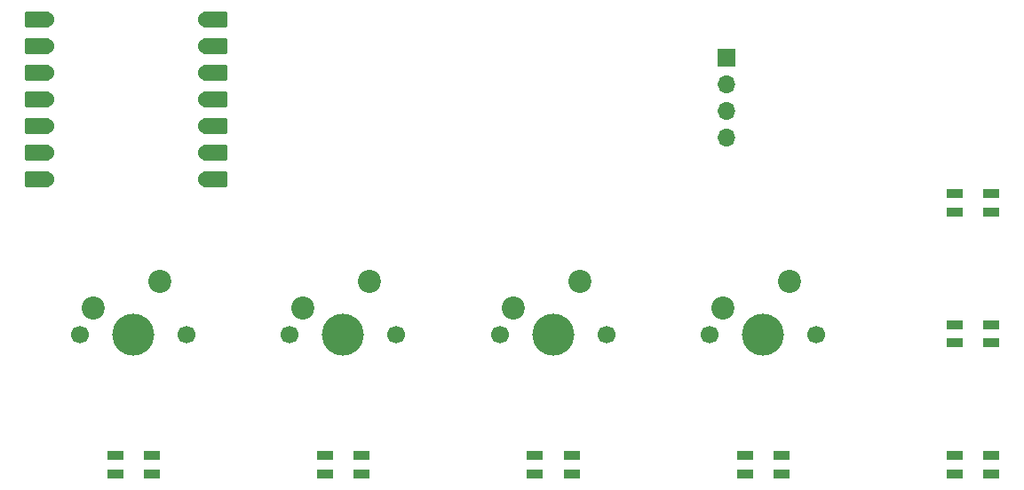
<source format=gbr>
%TF.GenerationSoftware,KiCad,Pcbnew,8.0.8*%
%TF.CreationDate,2025-02-16T16:29:03+01:00*%
%TF.ProjectId,Perihelion,50657269-6865-46c6-996f-6e2e6b696361,rev?*%
%TF.SameCoordinates,Original*%
%TF.FileFunction,Soldermask,Top*%
%TF.FilePolarity,Negative*%
%FSLAX46Y46*%
G04 Gerber Fmt 4.6, Leading zero omitted, Abs format (unit mm)*
G04 Created by KiCad (PCBNEW 8.0.8) date 2025-02-16 16:29:03*
%MOMM*%
%LPD*%
G01*
G04 APERTURE LIST*
G04 Aperture macros list*
%AMRoundRect*
0 Rectangle with rounded corners*
0 $1 Rounding radius*
0 $2 $3 $4 $5 $6 $7 $8 $9 X,Y pos of 4 corners*
0 Add a 4 corners polygon primitive as box body*
4,1,4,$2,$3,$4,$5,$6,$7,$8,$9,$2,$3,0*
0 Add four circle primitives for the rounded corners*
1,1,$1+$1,$2,$3*
1,1,$1+$1,$4,$5*
1,1,$1+$1,$6,$7*
1,1,$1+$1,$8,$9*
0 Add four rect primitives between the rounded corners*
20,1,$1+$1,$2,$3,$4,$5,0*
20,1,$1+$1,$4,$5,$6,$7,0*
20,1,$1+$1,$6,$7,$8,$9,0*
20,1,$1+$1,$8,$9,$2,$3,0*%
G04 Aperture macros list end*
%ADD10R,1.600000X0.850000*%
%ADD11C,1.700000*%
%ADD12C,4.000000*%
%ADD13C,2.200000*%
%ADD14R,1.700000X1.700000*%
%ADD15O,1.700000X1.700000*%
%ADD16RoundRect,0.152400X1.063600X0.609600X-1.063600X0.609600X-1.063600X-0.609600X1.063600X-0.609600X0*%
%ADD17C,1.524000*%
%ADD18RoundRect,0.152400X-1.063600X-0.609600X1.063600X-0.609600X1.063600X0.609600X-1.063600X0.609600X0*%
G04 APERTURE END LIST*
D10*
%TO.C,D2*%
X165750000Y-71625000D03*
X165750000Y-73375000D03*
X169250000Y-73375000D03*
X169250000Y-71625000D03*
%TD*%
D11*
%TO.C,SW1*%
X142380000Y-60080000D03*
D12*
X147460000Y-60080000D03*
D11*
X152540000Y-60080000D03*
D13*
X150000000Y-55000000D03*
X143650000Y-57540000D03*
%TD*%
D14*
%TO.C,U2*%
X204000000Y-33690000D03*
D15*
X204000000Y-36230000D03*
X204000000Y-38770000D03*
X204000000Y-41310000D03*
%TD*%
D10*
%TO.C,D7*%
X225750000Y-59125000D03*
X225750000Y-60875000D03*
X229250000Y-60875000D03*
X229250000Y-59125000D03*
%TD*%
%TO.C,D6*%
X225750000Y-46625000D03*
X225750000Y-48375000D03*
X229250000Y-48375000D03*
X229250000Y-46625000D03*
%TD*%
D11*
%TO.C,SW3*%
X182380000Y-60080000D03*
D12*
X187460000Y-60080000D03*
D11*
X192540000Y-60080000D03*
D13*
X190000000Y-55000000D03*
X183650000Y-57540000D03*
%TD*%
D10*
%TO.C,D4*%
X205750000Y-71625000D03*
X205750000Y-73375000D03*
X209250000Y-73375000D03*
X209250000Y-71625000D03*
%TD*%
%TO.C,D5*%
X225750000Y-71625000D03*
X225750000Y-73375000D03*
X229250000Y-73375000D03*
X229250000Y-71625000D03*
%TD*%
%TO.C,D1*%
X145750000Y-71625000D03*
X145750000Y-73375000D03*
X149250000Y-73375000D03*
X149250000Y-71625000D03*
%TD*%
D16*
%TO.C,U1*%
X138295000Y-30000000D03*
D17*
X139130000Y-30000000D03*
D16*
X138295000Y-32540000D03*
D17*
X139130000Y-32540000D03*
D16*
X138295000Y-35080000D03*
D17*
X139130000Y-35080000D03*
D16*
X138295000Y-37620000D03*
D17*
X139130000Y-37620000D03*
D16*
X138295000Y-40160000D03*
D17*
X139130000Y-40160000D03*
D16*
X138295000Y-42700000D03*
D17*
X139130000Y-42700000D03*
D16*
X138295000Y-45240000D03*
D17*
X139130000Y-45240000D03*
X154370000Y-45240000D03*
D18*
X155205000Y-45240000D03*
D17*
X154370000Y-42700000D03*
D18*
X155205000Y-42700000D03*
D17*
X154370000Y-40160000D03*
D18*
X155205000Y-40160000D03*
D17*
X154370000Y-37620000D03*
D18*
X155205000Y-37620000D03*
D17*
X154370000Y-35080000D03*
D18*
X155205000Y-35080000D03*
D17*
X154370000Y-32540000D03*
D18*
X155205000Y-32540000D03*
D17*
X154370000Y-30000000D03*
D18*
X155205000Y-30000000D03*
%TD*%
D11*
%TO.C,SW4*%
X202380000Y-60080000D03*
D12*
X207460000Y-60080000D03*
D11*
X212540000Y-60080000D03*
D13*
X210000000Y-55000000D03*
X203650000Y-57540000D03*
%TD*%
D10*
%TO.C,D3*%
X185750000Y-71625000D03*
X185750000Y-73375000D03*
X189250000Y-73375000D03*
X189250000Y-71625000D03*
%TD*%
D11*
%TO.C,SW2*%
X162380000Y-60080000D03*
D12*
X167460000Y-60080000D03*
D11*
X172540000Y-60080000D03*
D13*
X170000000Y-55000000D03*
X163650000Y-57540000D03*
%TD*%
M02*

</source>
